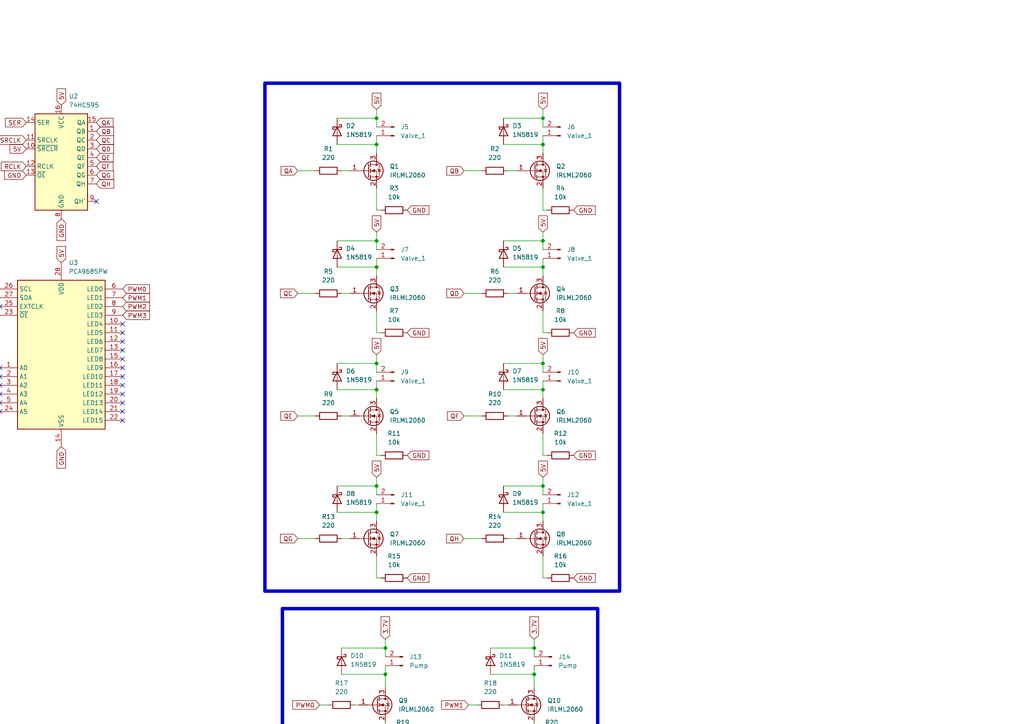
<source format=kicad_sch>
(kicad_sch (version 20250114) (generator "eeschema") (generator_version "9.0")
  (paper "A4")
  (lib_symbols
    (symbol "74xx:74HC595"
      (property "Reference" "U" (at -7.62 13.97 0))
      (property "Value" "74HC595" (at -7.62 -16.51 0))
      (symbol "74HC595_1_0"
        (pin input line (at -10.16 10.16 0) (length 2.54) (name "SER") (number "14"))
        (pin input line (at -10.16 5.08 0) (length 2.54) (name "SRCLK") (number "11"))
        (pin input line (at -10.16 2.54 0) (length 2.54) (name "~{SRCLR}") (number "10"))
        (pin input line (at -10.16 -2.54 0) (length 2.54) (name "RCLK") (number "12"))
        (pin input line (at -10.16 -5.08 0) (length 2.54) (name "~{OE}") (number "13"))
        (pin power_in line (at 0 15.24 270) (length 2.54) (name "VCC") (number "16"))
        (pin power_in line (at 0 -17.78 90) (length 2.54) (name "GND") (number "8"))
        (pin tri_state line (at 10.16 10.16 180) (length 2.54) (name "QA") (number "15"))
        (pin tri_state line (at 10.16 7.62 180) (length 2.54) (name "QB") (number "1"))
        (pin tri_state line (at 10.16 5.08 180) (length 2.54) (name "QC") (number "2"))
        (pin tri_state line (at 10.16 2.54 180) (length 2.54) (name "QD") (number "3"))
        (pin tri_state line (at 10.16 0 180) (length 2.54) (name "QE") (number "4"))
        (pin tri_state line (at 10.16 -2.54 180) (length 2.54) (name "QF") (number "5"))
        (pin tri_state line (at 10.16 -5.08 180) (length 2.54) (name "QG") (number "6"))
        (pin tri_state line (at 10.16 -7.62 180) (length 2.54) (name "QH") (number "7"))
        (pin output line (at 10.16 -12.7 180) (length 2.54) (name "QH'") (number "9"))
      )
    )
    (symbol "Connector:Barrel_Jack_Switch_Pin3Ring" (pin_names (hide yes))
      (property "Reference" "J" (at 0 5.334 0))
      (property "Value" "Barrel_Jack_Switch_Pin3Ring" (at 0 -5.08 0))
      (symbol "Barrel_Jack_Switch_Pin3Ring_1_1"
        (pin passive line (at 7.62 2.54 180) (length 2.54) (name "~") (number "1"))
        (pin passive line (at 7.62 0 180) (length 2.54) (name "~") (number "2"))
        (pin passive line (at 7.62 -2.54 180) (length 2.54) (name "~") (number "3"))
      )
    )
    (symbol "Connector:Conn_01x02_Pin" (pin_names (offset 1.016) (hide yes))
      (property "Reference" "J" (at 0 2.54 0))
      (property "Value" "Conn_01x02_Pin" (at 0 -5.08 0))
      (symbol "Conn_01x02_Pin_1_1"
        (pin passive line (at 5.08 0 180) (length 3.81) (name "Pin_1") (number "1"))
        (pin passive line (at 5.08 -2.54 180) (length 3.81) (name "Pin_2") (number "2"))
      )
    )
    (symbol "Connector:Conn_01x06_Pin" (pin_names (offset 1.016) (hide yes))
      (property "Reference" "J" (at 0 7.62 0))
      (property "Value" "Conn_01x06_Pin" (at 0 -10.16 0))
      (symbol "Conn_01x06_Pin_1_1"
        (pin passive line (at 5.08 5.08 180) (length 3.81) (name "Pin_1") (number "1"))
        (pin passive line (at 5.08 2.54 180) (length 3.81) (name "Pin_2") (number "2"))
        (pin passive line (at 5.08 0 180) (length 3.81) (name "Pin_3") (number "3"))
        (pin passive line (at 5.08 -2.54 180) (length 3.81) (name "Pin_4") (number "4"))
        (pin passive line (at 5.08 -5.08 180) (length 3.81) (name "Pin_5") (number "5"))
        (pin passive line (at 5.08 -7.62 180) (length 3.81) (name "Pin_6") (number "6"))
      )
    )
    (symbol "Connector:Conn_01x07_Pin" (pin_names (offset 1.016) (hide yes))
      (property "Reference" "J" (at 0 10.16 0))
      (property "Value" "Conn_01x07_Pin" (at 0 -10.16 0))
      (symbol "Conn_01x07_Pin_1_1"
        (pin passive line (at 5.08 7.62 180) (length 3.81) (name "Pin_1") (number "1"))
        (pin passive line (at 5.08 5.08 180) (length 3.81) (name "Pin_2") (number "2"))
        (pin passive line (at 5.08 2.54 180) (length 3.81) (name "Pin_3") (number "3"))
        (pin passive line (at 5.08 0 180) (length 3.81) (name "Pin_4") (number "4"))
        (pin passive line (at 5.08 -2.54 180) (length 3.81) (name "Pin_5") (number "5"))
        (pin passive line (at 5.08 -5.08 180) (length 3.81) (name "Pin_6") (number "6"))
        (pin passive line (at 5.08 -7.62 180) (length 3.81) (name "Pin_7") (number "7"))
      )
    )
    (symbol "Device:R" (pin_numbers (hide yes)) (pin_names (offset 0))
      (property "Reference" "R" (at 2.032 0 90))
      (property "Value" "R" (at 0 0 90))
      (symbol "R_1_1"
        (pin passive line (at 0 3.81 270) (length 1.27) (name "~") (number "1"))
        (pin passive line (at 0 -3.81 90) (length 1.27) (name "~") (number "2"))
      )
    )
    (symbol "Diode:1N5819" (pin_numbers (hide yes)) (pin_names (offset 1.016) (hide yes))
      (property "Reference" "D" (at 0 2.54 0))
      (property "Value" "1N5819" (at 0 -2.54 0))
      (symbol "1N5819_1_1"
        (pin passive line (at -3.81 0 0) (length 2.54) (name "K") (number "1"))
        (pin passive line (at 3.81 0 180) (length 2.54) (name "A") (number "2"))
      )
    )
    (symbol "Driver_LED:PCA9685PW"
      (property "Reference" "U" (at -12.7 22.225 0))
      (property "Value" "PCA9685PW" (at 1.27 22.225 0))
      (symbol "PCA9685PW_1_1"
        (pin input line (at -17.78 17.78 0) (length 5.08) (name "SCL") (number "26"))
        (pin bidirectional line (at -17.78 15.24 0) (length 5.08) (name "SDA") (number "27"))
        (pin input line (at -17.78 12.7 0) (length 5.08) (name "EXTCLK") (number "25"))
        (pin input line (at -17.78 10.16 0) (length 5.08) (name "~{OE}") (number "23"))
        (pin input line (at -17.78 -5.08 0) (length 5.08) (name "A0") (number "1"))
        (pin input line (at -17.78 -7.62 0) (length 5.08) (name "A1") (number "2"))
        (pin input line (at -17.78 -10.16 0) (length 5.08) (name "A2") (number "3"))
        (pin input line (at -17.78 -12.7 0) (length 5.08) (name "A3") (number "4"))
        (pin input line (at -17.78 -15.24 0) (length 5.08) (name "A4") (number "5"))
        (pin input line (at -17.78 -17.78 0) (length 5.08) (name "A5") (number "24"))
        (pin power_in line (at 0 25.4 270) (length 5.08) (name "VDD") (number "28"))
        (pin power_in line (at 0 -27.94 90) (length 5.08) (name "VSS") (number "14"))
        (pin output line (at 17.78 17.78 180) (length 5.08) (name "LED0") (number "6"))
        (pin output line (at 17.78 15.24 180) (length 5.08) (name "LED1") (number "7"))
        (pin output line (at 17.78 12.7 180) (length 5.08) (name "LED2") (number "8"))
        (pin output line (at 17.78 10.16 180) (length 5.08) (name "LED3") (number "9"))
        (pin output line (at 17.78 7.62 180) (length 5.08) (name "LED4") (number "10"))
        (pin output line (at 17.78 5.08 180) (length 5.08) (name "LED5") (number "11"))
        (pin output line (at 17.78 2.54 180) (length 5.08) (name "LED6") (number "12"))
        (pin output line (at 17.78 0 180) (length 5.08) (name "LED7") (number "13"))
        (pin output line (at 17.78 -2.54 180) (length 5.08) (name "LED8") (number "15"))
        (pin output line (at 17.78 -5.08 180) (length 5.08) (name "LED9") (number "16"))
        (pin output line (at 17.78 -7.62 180) (length 5.08) (name "LED10") (number "17"))
        (pin output line (at 17.78 -10.16 180) (length 5.08) (name "LED11") (number "18"))
        (pin output line (at 17.78 -12.7 180) (length 5.08) (name "LED12") (number "19"))
        (pin output line (at 17.78 -15.24 180) (length 5.08) (name "LED13") (number "20"))
        (pin output line (at 17.78 -17.78 180) (length 5.08) (name "LED14") (number "21"))
        (pin output line (at 17.78 -20.32 180) (length 5.08) (name "LED15") (number "22"))
      )
    )
    (symbol "Transistor_FET:IRLML2060" (pin_names (hide yes))
      (property "Reference" "Q" (at 5.08 1.905 0))
      (property "Value" "IRLML2060" (at 5.08 0 0))
      (symbol "IRLML2060_1_1"
        (pin input line (at -5.08 0 0) (length 2.54) (name "G") (number "1"))
        (pin passive line (at 2.54 5.08 270) (length 2.54) (name "D") (number "3"))
        (pin passive line (at 2.54 -5.08 90) (length 2.54) (name "S") (number "2"))
      )
    )
    (symbol "Xiao:SeeeduinoXIAO" (pin_names (offset 1.016))
      (property "Reference" "U" (at -19.05 22.86 0))
      (property "Value" "SeeeduinoXIAO" (at -12.7 21.59 0))
      (symbol "SeeeduinoXIAO_1_1"
        (pin unspecified line (at -21.59 11.43 0) (length 2.54) (name "PA02_A0_D0") (number "1"))
        (pin unspecified line (at -21.59 7.62 0) (length 2.54) (name "PA4_A1_D1") (number "2"))
        (pin unspecified line (at -21.59 3.81 0) (length 2.54) (name "PA10_A2_D2") (number "3"))
        (pin unspecified line (at -21.59 0 0) (length 2.54) (name "PA11_A3_D3") (number "4"))
        (pin unspecified line (at -21.59 -3.81 0) (length 2.54) (name "PA8_A4_D4_SDA") (number "5"))
        (pin unspecified line (at -21.59 -7.62 0) (length 2.54) (name "PA9_A5_D5_SCL") (number "6"))
        (pin unspecified line (at -21.59 -11.43 0) (length 2.54) (name "PB08_A6_D6_TX") (number "7"))
        (pin input line (at -5.08 22.86 270) (length 2.54) (name "PA31_SWDIO") (number "17"))
        (pin input line (at -2.54 -21.59 90) (length 2.54) (name "5V") (number "15"))
        (pin input line (at -1.27 22.86 270) (length 2.54) (name "PA30_SWCLK") (number "18"))
        (pin input line (at 2.54 22.86 270) (length 2.54) (name "RESET") (number "19"))
        (pin input line (at 2.54 -21.59 90) (length 2.54) (name "GND") (number "16"))
        (pin input line (at 6.35 22.86 270) (length 2.54) (name "GND") (number "20"))
        (pin unspecified line (at 20.32 11.43 180) (length 2.54) (name "5V") (number "14"))
        (pin unspecified line (at 20.32 7.62 180) (length 2.54) (name "GND") (number "13"))
        (pin unspecified line (at 20.32 3.81 180) (length 2.54) (name "3V3") (number "12"))
        (pin unspecified line (at 20.32 0 180) (length 2.54) (name "PA6_A10_D10_MOSI") (number "11"))
        (pin unspecified line (at 20.32 -3.81 180) (length 2.54) (name "PA5_A9_D9_MISO") (number "10"))
        (pin unspecified line (at 20.32 -7.62 180) (length 2.54) (name "PA7_A8_D8_SCK") (number "9"))
        (pin unspecified line (at 20.32 -11.43 180) (length 2.54) (name "PB09_A7_D7_RX") (number "8"))
      )
    )
  )
  (rectangle (start 76.835 24.13) (end 179.705 171.45) (stroke (width 1)))
  (rectangle (start 81.915 176.53) (end 173.355 256.54) (stroke (width 1)))
  (junction (at 109.22 113.03))
  (junction (at 111.76 226.06))
  (junction (at 157.48 140.97))
  (junction (at 111.76 233.68))
  (junction (at 157.48 105.41))
  (junction (at 157.48 69.85))
  (junction (at 157.48 34.29))
  (junction (at 154.94 226.06))
  (junction (at 109.22 140.97))
  (junction (at 111.76 187.96))
  (junction (at 109.22 41.91))
  (junction (at 109.22 34.29))
  (junction (at 109.22 69.85))
  (junction (at 111.76 195.58))
  (junction (at 109.22 77.47))
  (junction (at 157.48 41.91))
  (junction (at 157.48 148.59))
  (junction (at 157.48 113.03))
  (junction (at 157.48 77.47))
  (junction (at 154.94 233.68))
  (junction (at 154.94 195.58))
  (junction (at 154.94 187.96))
  (junction (at 41.91 -69.85))
  (junction (at 109.22 148.59))
  (junction (at 109.22 105.41))
  (no_connect (at 19.05 -52.07))
  (no_connect (at 35.56 119.38))
  (no_connect (at 20.32 -96.52))
  (no_connect (at 35.56 104.14))
  (no_connect (at 35.56 116.84))
  (no_connect (at 35.56 101.6))
  (no_connect (at 35.56 121.92))
  (no_connect (at 0 88.9))
  (no_connect (at 35.56 99.06))
  (no_connect (at 0 116.84))
  (no_connect (at 16.51 -96.52))
  (no_connect (at 35.56 114.3))
  (no_connect (at 0 111.76))
  (no_connect (at 24.13 -96.52))
  (no_connect (at 41.91 -31.75))
  (no_connect (at 35.56 93.98))
  (no_connect (at 38.1 -3.81))
  (no_connect (at 0 119.38))
  (no_connect (at 0 106.68))
  (no_connect (at 27.94 -96.52))
  (no_connect (at 27.94 58.42))
  (no_connect (at 0 109.22))
  (no_connect (at 0 114.3))
  (no_connect (at 35.56 106.68))
  (no_connect (at 35.56 96.52))
  (no_connect (at 24.13 -52.07))
  (no_connect (at 35.56 111.76))
  (no_connect (at 38.1 -6.35))
  (no_connect (at 35.56 109.22))
  (wire (pts (xy 157.48 54.61) (xy 157.48 60.96)))
  (wire (pts (xy 109.22 41.91) (xy 109.22 44.45)))
  (wire (pts (xy 109.22 132.08) (xy 110.49 132.08)))
  (wire (pts (xy 157.48 167.64) (xy 158.75 167.64)))
  (wire (pts (xy 99.06 233.68) (xy 111.76 233.68)))
  (wire (pts (xy 97.79 148.59) (xy 109.22 148.59)))
  (wire (pts (xy 154.94 231.14) (xy 154.94 233.68)))
  (wire (pts (xy 134.62 156.21) (xy 139.7 156.21)))
  (wire (pts (xy 111.76 226.06) (xy 111.76 228.6)))
  (wire (pts (xy -8.89 -73.66) (xy 0 -73.66)))
  (wire (pts (xy 157.48 77.47) (xy 157.48 80.01)))
  (wire (pts (xy 111.76 195.58) (xy 111.76 199.39)))
  (wire (pts (xy -10.16 -92.71) (xy -1.27 -92.71)))
  (wire (pts (xy 0 -90.17) (xy -8.89 -90.17)))
  (wire (pts (xy 109.22 105.41) (xy 109.22 107.95)))
  (wire (pts (xy 154.94 187.96) (xy 154.94 190.5)))
  (wire (pts (xy 154.94 254) (xy 156.21 254)))
  (wire (pts (xy 109.22 110.49) (xy 109.22 113.03)))
  (wire (pts (xy 109.22 102.87) (xy 109.22 105.41)))
  (wire (pts (xy 109.22 125.73) (xy 109.22 132.08)))
  (wire (pts (xy 111.76 215.9) (xy 113.03 215.9)))
  (wire (pts (xy 157.48 113.03) (xy 157.48 115.57)))
  (wire (pts (xy 109.22 54.61) (xy 109.22 60.96)))
  (wire (pts (xy 111.76 223.52) (xy 111.76 226.06)))
  (wire (pts (xy 134.62 120.65) (xy 139.7 120.65)))
  (wire (pts (xy 147.32 120.65) (xy 149.86 120.65)))
  (wire (pts (xy 134.62 49.53) (xy 139.7 49.53)))
  (wire (pts (xy 86.36 85.09) (xy 91.44 85.09)))
  (wire (pts (xy 109.22 96.52) (xy 110.49 96.52)))
  (wire (pts (xy 109.22 90.17) (xy 109.22 96.52)))
  (wire (pts (xy 147.32 85.09) (xy 149.86 85.09)))
  (wire (pts (xy 157.48 125.73) (xy 157.48 132.08)))
  (wire (pts (xy 86.36 49.53) (xy 91.44 49.53)))
  (wire (pts (xy 157.48 96.52) (xy 158.75 96.52)))
  (wire (pts (xy 147.32 242.57) (xy 146.05 242.57)))
  (wire (pts (xy 41.91 -73.66) (xy 48.26 -73.66)))
  (wire (pts (xy 48.26 -64.77) (xy 55.88 -64.77)))
  (wire (pts (xy 146.05 34.29) (xy 157.48 34.29)))
  (wire (pts (xy 157.48 102.87) (xy 157.48 105.41)))
  (wire (pts (xy 154.94 215.9) (xy 156.21 215.9)))
  (wire (pts (xy 99.06 226.06) (xy 111.76 226.06)))
  (wire (pts (xy 157.48 138.43) (xy 157.48 140.97)))
  (wire (pts (xy 109.22 67.31) (xy 109.22 69.85)))
  (wire (pts (xy 104.14 204.47) (xy 102.87 204.47)))
  (wire (pts (xy 142.24 233.68) (xy 154.94 233.68)))
  (wire (pts (xy 99.06 49.53) (xy 101.6 49.53)))
  (wire (pts (xy 138.43 204.47) (xy 135.89 204.47)))
  (wire (pts (xy 154.94 233.68) (xy 154.94 237.49)))
  (wire (pts (xy 99.06 85.09) (xy 101.6 85.09)))
  (wire (pts (xy 157.48 41.91) (xy 157.48 44.45)))
  (wire (pts (xy 157.48 31.75) (xy 157.48 34.29)))
  (wire (pts (xy 109.22 167.64) (xy 110.49 167.64)))
  (wire (pts (xy 109.22 34.29) (xy 109.22 36.83)))
  (wire (pts (xy 154.94 223.52) (xy 154.94 226.06)))
  (wire (pts (xy 99.06 187.96) (xy 111.76 187.96)))
  (wire (pts (xy 97.79 140.97) (xy 109.22 140.97)))
  (wire (pts (xy 48.26 -67.31) (xy 55.88 -67.31)))
  (wire (pts (xy 147.32 204.47) (xy 146.05 204.47)))
  (wire (pts (xy 157.48 161.29) (xy 157.48 167.64)))
  (wire (pts (xy 99.06 156.21) (xy 101.6 156.21)))
  (wire (pts (xy 147.32 49.53) (xy 149.86 49.53)))
  (wire (pts (xy 0 -102.87) (xy 0 -90.17)))
  (wire (pts (xy 109.22 161.29) (xy 109.22 167.64)))
  (wire (pts (xy 157.48 39.37) (xy 157.48 41.91)))
  (wire (pts (xy 157.48 132.08) (xy 158.75 132.08)))
  (wire (pts (xy 146.05 148.59) (xy 157.48 148.59)))
  (wire (pts (xy 154.94 195.58) (xy 154.94 199.39)))
  (wire (pts (xy -10.16 -62.23) (xy -10.16 -92.71)))
  (wire (pts (xy 97.79 41.91) (xy 109.22 41.91)))
  (wire (pts (xy 146.05 105.41) (xy 157.48 105.41)))
  (wire (pts (xy 109.22 77.47) (xy 109.22 80.01)))
  (wire (pts (xy 111.76 254) (xy 113.03 254)))
  (wire (pts (xy 109.22 39.37) (xy 109.22 41.91)))
  (wire (pts (xy 157.48 146.05) (xy 157.48 148.59)))
  (wire (pts (xy 41.91 -69.85) (xy 55.88 -69.85)))
  (wire (pts (xy 154.94 247.65) (xy 154.94 254)))
  (wire (pts (xy 109.22 146.05) (xy 109.22 148.59)))
  (wire (pts (xy 111.76 185.42) (xy 111.76 187.96)))
  (wire (pts (xy 142.24 187.96) (xy 154.94 187.96)))
  (wire (pts (xy 109.22 31.75) (xy 109.22 34.29)))
  (wire (pts (xy -8.89 -102.87) (xy 0 -102.87)))
  (wire (pts (xy 111.76 187.96) (xy 111.76 190.5)))
  (wire (pts (xy 147.32 156.21) (xy 149.86 156.21)))
  (wire (pts (xy 111.76 193.04) (xy 111.76 195.58)))
  (wire (pts (xy 41.91 -66.04) (xy 48.26 -66.04)))
  (wire (pts (xy 111.76 209.55) (xy 111.76 215.9)))
  (wire (pts (xy 41.91 -62.23) (xy 48.26 -62.23)))
  (wire (pts (xy 157.48 34.29) (xy 157.48 36.83)))
  (wire (pts (xy -1.27 -92.71) (xy -1.27 -95.25)))
  (wire (pts (xy 109.22 60.96) (xy 110.49 60.96)))
  (wire (pts (xy 146.05 41.91) (xy 157.48 41.91)))
  (wire (pts (xy 111.76 233.68) (xy 111.76 237.49)))
  (wire (pts (xy 157.48 74.93) (xy 157.48 77.47)))
  (wire (pts (xy 0 -62.23) (xy -10.16 -62.23)))
  (wire (pts (xy 111.76 247.65) (xy 111.76 254)))
  (wire (pts (xy 146.05 140.97) (xy 157.48 140.97)))
  (wire (pts (xy 157.48 69.85) (xy 157.48 72.39)))
  (wire (pts (xy 48.26 -73.66) (xy 48.26 -72.39)))
  (wire (pts (xy 157.48 140.97) (xy 157.48 143.51)))
  (wire (pts (xy 48.26 -62.23) (xy 48.26 -64.77)))
  (wire (pts (xy 104.14 242.57) (xy 102.87 242.57)))
  (wire (pts (xy 109.22 148.59) (xy 109.22 151.13)))
  (wire (pts (xy 157.48 67.31) (xy 157.48 69.85)))
  (wire (pts (xy 86.36 120.65) (xy 91.44 120.65)))
  (wire (pts (xy 99.06 120.65) (xy 101.6 120.65)))
  (wire (pts (xy 48.26 -66.04) (xy 48.26 -67.31)))
  (wire (pts (xy 48.26 -72.39) (xy 55.88 -72.39)))
  (wire (pts (xy 154.94 209.55) (xy 154.94 215.9)))
  (wire (pts (xy 97.79 113.03) (xy 109.22 113.03)))
  (wire (pts (xy 95.25 242.57) (xy 92.71 242.57)))
  (wire (pts (xy -1.27 -95.25) (xy -8.89 -95.25)))
  (wire (pts (xy 111.76 231.14) (xy 111.76 233.68)))
  (wire (pts (xy 157.48 148.59) (xy 157.48 151.13)))
  (wire (pts (xy 39.37 -69.85) (xy 41.91 -69.85)))
  (wire (pts (xy 109.22 69.85) (xy 109.22 72.39)))
  (wire (pts (xy 109.22 74.93) (xy 109.22 77.47)))
  (wire (pts (xy 146.05 69.85) (xy 157.48 69.85)))
  (wire (pts (xy 157.48 90.17) (xy 157.48 96.52)))
  (wire (pts (xy 157.48 110.49) (xy 157.48 113.03)))
  (wire (pts (xy 109.22 113.03) (xy 109.22 115.57)))
  (wire (pts (xy 99.06 195.58) (xy 111.76 195.58)))
  (wire (pts (xy 154.94 185.42) (xy 154.94 187.96)))
  (wire (pts (xy 138.43 242.57) (xy 135.89 242.57)))
  (wire (pts (xy 157.48 105.41) (xy 157.48 107.95)))
  (wire (pts (xy 146.05 77.47) (xy 157.48 77.47)))
  (wire (pts (xy 154.94 193.04) (xy 154.94 195.58)))
  (wire (pts (xy 97.79 77.47) (xy 109.22 77.47)))
  (wire (pts (xy 109.22 140.97) (xy 109.22 143.51)))
  (wire (pts (xy 97.79 105.41) (xy 109.22 105.41)))
  (wire (pts (xy 109.22 138.43) (xy 109.22 140.97)))
  (wire (pts (xy 86.36 156.21) (xy 91.44 156.21)))
  (wire (pts (xy 97.79 34.29) (xy 109.22 34.29)))
  (wire (pts (xy 134.62 85.09) (xy 139.7 85.09)))
  (wire (pts (xy 95.25 204.47) (xy 92.71 204.47)))
  (wire (pts (xy 142.24 226.06) (xy 154.94 226.06)))
  (wire (pts (xy 157.48 60.96) (xy 158.75 60.96)))
  (wire (pts (xy 97.79 69.85) (xy 109.22 69.85)))
  (wire (pts (xy -8.89 -90.17) (xy -8.89 -73.66)))
  (wire (pts (xy 146.05 113.03) (xy 157.48 113.03)))
  (wire (pts (xy 142.24 195.58) (xy 154.94 195.58)))
  (wire (pts (xy 154.94 226.06) (xy 154.94 228.6)))
  (global_label "GND" (shape input) (at 163.83 215.9 0) (property "Intersheetrefs" "${INTERSHEET_REFS}" (effects (hide yes))))
  (global_label "3.7V" (shape input) (at 111.76 223.52 90) (property "Intersheetrefs" "${INTERSHEET_REFS}" (effects (hide yes))))
  (global_label "GND" (shape input) (at 118.11 167.64 0) (property "Intersheetrefs" "${INTERSHEET_REFS}" (effects (hide yes))))
  (global_label "GND" (shape input) (at 17.78 129.54 270) (property "Intersheetrefs" "${INTERSHEET_REFS}" (effects (hide yes))))
  (global_label "5V" (shape input) (at 41.91 -34.29 0) (property "Intersheetrefs" "${INTERSHEET_REFS}" (effects (hide yes))))
  (global_label "QB" (shape input) (at 27.94 38.1 0) (property "Intersheetrefs" "${INTERSHEET_REFS}" (effects (hide yes))))
  (global_label "PWM0" (shape input) (at 35.56 83.82 0) (property "Intersheetrefs" "${INTERSHEET_REFS}" (effects (hide yes))))
  (global_label "3V3" (shape input) (at 55.88 -74.93 180) (property "Intersheetrefs" "${INTERSHEET_REFS}" (effects (hide yes))))
  (global_label "3V3" (shape input) (at 41.91 -77.47 0) (property "Intersheetrefs" "${INTERSHEET_REFS}" (effects (hide yes))))
  (global_label "SCL" (shape input) (at 0 -66.04 180) (property "Intersheetrefs" "${INTERSHEET_REFS}" (effects (hide yes))))
  (global_label "5V" (shape input) (at 109.22 138.43 90) (property "Intersheetrefs" "${INTERSHEET_REFS}" (effects (hide yes))))
  (global_label "SER" (shape input) (at 7.62 35.56 180) (property "Intersheetrefs" "${INTERSHEET_REFS}" (effects (hide yes))))
  (global_label "PWM3" (shape input) (at 35.56 91.44 0) (property "Intersheetrefs" "${INTERSHEET_REFS}" (effects (hide yes))))
  (global_label "5V" (shape input) (at 109.22 102.87 90) (property "Intersheetrefs" "${INTERSHEET_REFS}" (effects (hide yes))))
  (global_label "PWM3" (shape input) (at 135.89 242.57 180) (property "Intersheetrefs" "${INTERSHEET_REFS}" (effects (hide yes))))
  (global_label "5V" (shape input) (at 157.48 138.43 90) (property "Intersheetrefs" "${INTERSHEET_REFS}" (effects (hide yes))))
  (global_label "QA" (shape input) (at 86.36 49.53 180) (property "Intersheetrefs" "${INTERSHEET_REFS}" (effects (hide yes))))
  (global_label "GND" (shape input) (at 120.65 215.9 0) (property "Intersheetrefs" "${INTERSHEET_REFS}" (effects (hide yes))))
  (global_label "QC" (shape input) (at 86.36 85.09 180) (property "Intersheetrefs" "${INTERSHEET_REFS}" (effects (hide yes))))
  (global_label "SDA" (shape input) (at 0 86.36 180) (property "Intersheetrefs" "${INTERSHEET_REFS}" (effects (hide yes))))
  (global_label "QF" (shape input) (at 27.94 48.26 0) (property "Intersheetrefs" "${INTERSHEET_REFS}" (effects (hide yes))))
  (global_label "5V" (shape input) (at 7.62 43.18 180) (property "Intersheetrefs" "${INTERSHEET_REFS}" (effects (hide yes))))
  (global_label "GND" (shape input) (at 17.78 63.5 270) (property "Intersheetrefs" "${INTERSHEET_REFS}" (effects (hide yes))))
  (global_label "QH" (shape input) (at 27.94 53.34 0) (property "Intersheetrefs" "${INTERSHEET_REFS}" (effects (hide yes))))
  (global_label "QA" (shape input) (at 27.94 35.56 0) (property "Intersheetrefs" "${INTERSHEET_REFS}" (effects (hide yes))))
  (global_label "3.7V" (shape input) (at 38.1 -16.51 0) (property "Intersheetrefs" "${INTERSHEET_REFS}" (effects (hide yes))))
  (global_label "GND" (shape input) (at 163.83 254 0) (property "Intersheetrefs" "${INTERSHEET_REFS}" (effects (hide yes))))
  (global_label "GND" (shape input) (at 41.91 -81.28 0) (property "Intersheetrefs" "${INTERSHEET_REFS}" (effects (hide yes))))
  (global_label "3.7V" (shape input) (at 154.94 185.42 90) (property "Intersheetrefs" "${INTERSHEET_REFS}" (effects (hide yes))))
  (global_label "GND" (shape input) (at 166.37 167.64 0) (property "Intersheetrefs" "${INTERSHEET_REFS}" (effects (hide yes))))
  (global_label "5V" (shape input) (at 38.1 -8.89 0) (property "Intersheetrefs" "${INTERSHEET_REFS}" (effects (hide yes))))
  (global_label "3.7V" (shape input) (at 154.94 223.52 90) (property "Intersheetrefs" "${INTERSHEET_REFS}" (effects (hide yes))))
  (global_label "5V" (shape input) (at 55.88 -80.01 180) (property "Intersheetrefs" "${INTERSHEET_REFS}" (effects (hide yes))))
  (global_label "5V" (shape input) (at 157.48 102.87 90) (property "Intersheetrefs" "${INTERSHEET_REFS}" (effects (hide yes))))
  (global_label "QD" (shape input) (at 134.62 85.09 180) (property "Intersheetrefs" "${INTERSHEET_REFS}" (effects (hide yes))))
  (global_label "GND" (shape input) (at 166.37 96.52 0) (property "Intersheetrefs" "${INTERSHEET_REFS}" (effects (hide yes))))
  (global_label "5V" (shape input) (at 49.53 -85.09 0) (property "Intersheetrefs" "${INTERSHEET_REFS}" (effects (hide yes))))
  (global_label "GND" (shape input) (at 0 91.44 180) (property "Intersheetrefs" "${INTERSHEET_REFS}" (effects (hide yes))))
  (global_label "GND" (shape input) (at 166.37 60.96 0) (property "Intersheetrefs" "${INTERSHEET_REFS}" (effects (hide yes))))
  (global_label "5V" (shape input) (at 17.78 76.2 90) (property "Intersheetrefs" "${INTERSHEET_REFS}" (effects (hide yes))))
  (global_label "5V" (shape input) (at 109.22 67.31 90) (property "Intersheetrefs" "${INTERSHEET_REFS}" (effects (hide yes))))
  (global_label "GND" (shape input) (at 166.37 132.08 0) (property "Intersheetrefs" "${INTERSHEET_REFS}" (effects (hide yes))))
  (global_label "GND" (shape input) (at 55.88 -77.47 180) (property "Intersheetrefs" "${INTERSHEET_REFS}" (effects (hide yes))))
  (global_label "SCL" (shape input) (at 0 83.82 180) (property "Intersheetrefs" "${INTERSHEET_REFS}" (effects (hide yes))))
  (global_label "SDA" (shape input) (at -8.89 -100.33 0) (property "Intersheetrefs" "${INTERSHEET_REFS}" (effects (hide yes))))
  (global_label "GND" (shape input) (at 7.62 50.8 180) (property "Intersheetrefs" "${INTERSHEET_REFS}" (effects (hide yes))))
  (global_label "GND" (shape input) (at 118.11 132.08 0) (property "Intersheetrefs" "${INTERSHEET_REFS}" (effects (hide yes))))
  (global_label "GND" (shape input) (at 118.11 60.96 0) (property "Intersheetrefs" "${INTERSHEET_REFS}" (effects (hide yes))))
  (global_label "RCLK" (shape input) (at 0 -81.28 180) (property "Intersheetrefs" "${INTERSHEET_REFS}" (effects (hide yes))))
  (global_label "QE" (shape input) (at 27.94 45.72 0) (property "Intersheetrefs" "${INTERSHEET_REFS}" (effects (hide yes))))
  (global_label "QB" (shape input) (at 134.62 49.53 180) (property "Intersheetrefs" "${INTERSHEET_REFS}" (effects (hide yes))))
  (global_label "QG" (shape input) (at 27.94 50.8 0) (property "Intersheetrefs" "${INTERSHEET_REFS}" (effects (hide yes))))
  (global_label "GND" (shape input) (at 118.11 96.52 0) (property "Intersheetrefs" "${INTERSHEET_REFS}" (effects (hide yes))))
  (global_label "RCLK" (shape input) (at -8.89 -107.95 0) (property "Intersheetrefs" "${INTERSHEET_REFS}" (effects (hide yes))))
  (global_label "PWM2" (shape input) (at 35.56 88.9 0) (property "Intersheetrefs" "${INTERSHEET_REFS}" (effects (hide yes))))
  (global_label "QC" (shape input) (at 27.94 40.64 0) (property "Intersheetrefs" "${INTERSHEET_REFS}" (effects (hide yes))))
  (global_label "SRCLK" (shape input) (at 7.62 40.64 180) (property "Intersheetrefs" "${INTERSHEET_REFS}" (effects (hide yes))))
  (global_label "SER" (shape input) (at 0 -85.09 180) (property "Intersheetrefs" "${INTERSHEET_REFS}" (effects (hide yes))))
  (global_label "SRCLK" (shape input) (at -8.89 -105.41 0) (property "Intersheetrefs" "${INTERSHEET_REFS}" (effects (hide yes))))
  (global_label "GND" (shape input) (at 38.1 -13.97 0) (property "Intersheetrefs" "${INTERSHEET_REFS}" (effects (hide yes))))
  (global_label "5V" (shape input) (at 17.78 30.48 90) (property "Intersheetrefs" "${INTERSHEET_REFS}" (effects (hide yes))))
  (global_label "QE" (shape input) (at 86.36 120.65 180) (property "Intersheetrefs" "${INTERSHEET_REFS}" (effects (hide yes))))
  (global_label "5V" (shape input) (at 157.48 31.75 90) (property "Intersheetrefs" "${INTERSHEET_REFS}" (effects (hide yes))))
  (global_label "SDA" (shape input) (at 0 -69.85 180) (property "Intersheetrefs" "${INTERSHEET_REFS}" (effects (hide yes))))
  (global_label "PWM0" (shape input) (at 92.71 204.47 180) (property "Intersheetrefs" "${INTERSHEET_REFS}" (effects (hide yes))))
  (global_label "SER" (shape input) (at -8.89 -110.49 0) (property "Intersheetrefs" "${INTERSHEET_REFS}" (effects (hide yes))))
  (global_label "QF" (shape input) (at 134.62 120.65 180) (property "Intersheetrefs" "${INTERSHEET_REFS}" (effects (hide yes))))
  (global_label "PWM1" (shape input) (at 35.56 86.36 0) (property "Intersheetrefs" "${INTERSHEET_REFS}" (effects (hide yes))))
  (global_label "SRCLK" (shape input) (at 0 -77.47 180) (property "Intersheetrefs" "${INTERSHEET_REFS}" (effects (hide yes))))
  (global_label "QD" (shape input) (at 27.94 43.18 0) (property "Intersheetrefs" "${INTERSHEET_REFS}" (effects (hide yes))))
  (global_label "GND" (shape input) (at 38.1 -11.43 0) (property "Intersheetrefs" "${INTERSHEET_REFS}" (effects (hide yes))))
  (global_label "RCLK" (shape input) (at 7.62 48.26 180) (property "Intersheetrefs" "${INTERSHEET_REFS}" (effects (hide yes))))
  (global_label "QH" (shape input) (at 134.62 156.21 180) (property "Intersheetrefs" "${INTERSHEET_REFS}" (effects (hide yes))))
  (global_label "5V" (shape input) (at 157.48 67.31 90) (property "Intersheetrefs" "${INTERSHEET_REFS}" (effects (hide yes))))
  (global_label "GND" (shape input) (at 41.91 -29.21 0) (property "Intersheetrefs" "${INTERSHEET_REFS}" (effects (hide yes))))
  (global_label "5V" (shape input) (at 109.22 31.75 90) (property "Intersheetrefs" "${INTERSHEET_REFS}" (effects (hide yes))))
  (global_label "PWM2" (shape input) (at 92.71 242.57 180) (property "Intersheetrefs" "${INTERSHEET_REFS}" (effects (hide yes))))
  (global_label "PWM1" (shape input) (at 135.89 204.47 180) (property "Intersheetrefs" "${INTERSHEET_REFS}" (effects (hide yes))))
  (global_label "SCL" (shape input) (at -8.89 -97.79 0) (property "Intersheetrefs" "${INTERSHEET_REFS}" (effects (hide yes))))
  (global_label "3.7V" (shape input) (at 111.76 185.42 90) (property "Intersheetrefs" "${INTERSHEET_REFS}" (effects (hide yes))))
  (global_label "GND" (shape input) (at 120.65 254 0) (property "Intersheetrefs" "${INTERSHEET_REFS}" (effects (hide yes))))
  (global_label "QG" (shape input) (at 86.36 156.21 180) (property "Intersheetrefs" "${INTERSHEET_REFS}" (effects (hide yes))))
  (symbol (lib_id "Device:R") (at 142.24 204.47 90) (unit 1)
    (property "Reference" "R18" (at 142.24 198.12 90))
    (property "Value" "220" (at 142.24 200.66 90))
    (property "Footprint" "Resistor_SMD:R_1206_3216Metric_Pad1.30x1.75mm_HandSolder" (effects (hide yes)))
    (property "Description" "Resistor" (effects (hide yes)))
  )
  (symbol (lib_id "Connector:Conn_01x02_Pin") (at 162.56 110.49 180) (unit 1)
    (property "Reference" "J10" (at 164.465 107.95 0) (effects (justify right)))
    (property "Value" "Valve_1" (at 164.465 110.49 0) (effects (justify right)))
    (property "Footprint" "Connector_JST:JST_PH_S2B-PH-SM4-TB_1x02-1MP_P2.00mm_Horizontal" (effects (hide yes)))
  )
  (symbol (lib_id "Device:R") (at 162.56 167.64 90) (unit 1)
    (property "Reference" "R16" (at 162.56 161.29 90))
    (property "Value" "10k" (at 162.56 163.83 90))
    (property "Footprint" "Resistor_SMD:R_1206_3216Metric_Pad1.30x1.75mm_HandSolder" (effects (hide yes)))
    (property "Description" "Resistor" (effects (hide yes)))
  )
  (symbol (lib_id "Connector:Barrel_Jack_Switch_Pin3Ring") (at 34.29 -31.75 0) (unit 1)
    (property "Reference" "J3" (at 34.29 -40.64 0))
    (property "Value" "Barrel_Jack_Switch_Pin3Ring" (at 34.29 -38.1 0))
    (property "Footprint" "Pneumatactors:PJ-002A_CUD" (effects (hide yes)))
    (property "Description" "DC Barrel Jack with an internal switch" (effects (hide yes)))
  )
  (symbol (lib_id "Xiao:SeeeduinoXIAO") (at 21.59 -73.66 0) (unit 1)
    (property "Reference" "U1" (at 26.3241 -52.705 0) (effects (justify left)))
    (property "Value" "SeeeduinoXIAO" (at 26.3241 -50.165 0) (effects (justify left)))
    (property "Footprint" "XIAO-ESP32S3:XIAO-ESP32S3-SMD" (effects (hide yes)))
  )
  (symbol (lib_id "Transistor_FET:IRLML2060") (at 106.68 49.53 0) (unit 1)
    (property "Reference" "Q1" (at 113.03 48.26 0) (effects (justify left)))
    (property "Value" "IRLML2060" (at 113.03 50.8 0) (effects (justify left)))
    (property "Footprint" "Package_TO_SOT_SMD:SOT-23" (effects (hide yes)))
    (property "Datasheet" "https://www.infineon.com/dgdl/irlml2060pbf.pdf?fileId=5546d462533600a401535664b7fb25ee" (effects (hide yes)))
  )
  (symbol (lib_id "Device:R") (at 114.3 167.64 90) (unit 1)
    (property "Reference" "R15" (at 114.3 161.29 90))
    (property "Value" "10k" (at 114.3 163.83 90))
    (property "Footprint" "Resistor_SMD:R_1206_3216Metric_Pad1.30x1.75mm_HandSolder" (effects (hide yes)))
    (property "Description" "Resistor" (effects (hide yes)))
  )
  (symbol (lib_id "Device:R") (at 114.3 132.08 90) (unit 1)
    (property "Reference" "R11" (at 114.3 125.73 90))
    (property "Value" "10k" (at 114.3 128.27 90))
    (property "Footprint" "Resistor_SMD:R_1206_3216Metric_Pad1.30x1.75mm_HandSolder" (effects (hide yes)))
    (property "Description" "Resistor" (effects (hide yes)))
  )
  (symbol (lib_id "Device:R") (at 95.25 85.09 90) (unit 1)
    (property "Reference" "R5" (at 95.25 78.74 90))
    (property "Value" "220" (at 95.25 81.28 90))
    (property "Footprint" "Resistor_SMD:R_1206_3216Metric_Pad1.30x1.75mm_HandSolder" (effects (hide yes)))
    (property "Description" "Resistor" (effects (hide yes)))
  )
  (symbol (lib_id "Connector:Conn_01x02_Pin") (at 114.3 74.93 180) (unit 1)
    (property "Reference" "J7" (at 116.205 72.39 0) (effects (justify right)))
    (property "Value" "Valve_1" (at 116.205 74.93 0) (effects (justify right)))
    (property "Footprint" "Connector_JST:JST_PH_S2B-PH-SM4-TB_1x02-1MP_P2.00mm_Horizontal" (effects (hide yes)))
  )
  (symbol (lib_id "Device:R") (at 114.3 60.96 90) (unit 1)
    (property "Reference" "R3" (at 114.3 54.61 90))
    (property "Value" "10k" (at 114.3 57.15 90))
    (property "Footprint" "Resistor_SMD:R_1206_3216Metric_Pad1.30x1.75mm_HandSolder" (effects (hide yes)))
    (property "Description" "Resistor" (effects (hide yes)))
  )
  (symbol (lib_id "Transistor_FET:IRLML2060") (at 106.68 85.09 0) (unit 1)
    (property "Reference" "Q3" (at 113.03 83.82 0) (effects (justify left)))
    (property "Value" "IRLML2060" (at 113.03 86.36 0) (effects (justify left)))
    (property "Footprint" "Package_TO_SOT_SMD:SOT-23" (effects (hide yes)))
    (property "Datasheet" "https://www.infineon.com/dgdl/irlml2060pbf.pdf?fileId=5546d462533600a401535664b7fb25ee" (effects (hide yes)))
  )
  (symbol (lib_id "Device:R") (at 116.84 254 90) (unit 1)
    (property "Reference" "R23" (at 116.84 247.65 90))
    (property "Value" "10k" (at 116.84 250.19 90))
    (property "Footprint" "Resistor_SMD:R_1206_3216Metric_Pad1.30x1.75mm_HandSolder" (effects (hide yes)))
    (property "Description" "Resistor" (effects (hide yes)))
  )
  (symbol (lib_id "Connector:Conn_01x02_Pin") (at 116.84 193.04 180) (unit 1)
    (property "Reference" "J13" (at 118.745 190.4999 0) (effects (justify right)))
    (property "Value" "Pump" (at 118.745 193.0399 0) (effects (justify right)))
    (property "Footprint" "Connector_JST:JST_PH_S2B-PH-SM4-TB_1x02-1MP_P2.00mm_Horizontal" (effects (hide yes)))
  )
  (symbol (lib_id "Transistor_FET:IRLML2060") (at 152.4 204.47 0) (unit 1)
    (property "Reference" "Q10" (at 158.75 203.2 0) (effects (justify left)))
    (property "Value" "IRLML2060" (at 158.75 205.74 0) (effects (justify left)))
    (property "Footprint" "Package_TO_SOT_SMD:SOT-23" (effects (hide yes)))
    (property "Datasheet" "https://www.infineon.com/dgdl/irlml2060pbf.pdf?fileId=5546d462533600a401535664b7fb25ee" (effects (hide yes)))
  )
  (symbol (lib_id "Transistor_FET:IRLML2060") (at 106.68 156.21 0) (unit 1)
    (property "Reference" "Q7" (at 113.03 154.94 0) (effects (justify left)))
    (property "Value" "IRLML2060" (at 113.03 157.48 0) (effects (justify left)))
    (property "Footprint" "Package_TO_SOT_SMD:SOT-23" (effects (hide yes)))
    (property "Datasheet" "https://www.infineon.com/dgdl/irlml2060pbf.pdf?fileId=5546d462533600a401535664b7fb25ee" (effects (hide yes)))
  )
  (symbol (lib_id "Connector:Conn_01x02_Pin") (at 114.3 146.05 180) (unit 1)
    (property "Reference" "J11" (at 116.205 143.51 0) (effects (justify right)))
    (property "Value" "Valve_1" (at 116.205 146.05 0) (effects (justify right)))
    (property "Footprint" "Connector_JST:JST_PH_S2B-PH-SM4-TB_1x02-1MP_P2.00mm_Horizontal" (effects (hide yes)))
  )
  (symbol (lib_id "Device:R") (at 162.56 60.96 90) (unit 1)
    (property "Reference" "R4" (at 162.56 54.61 90))
    (property "Value" "10k" (at 162.56 57.15 90))
    (property "Footprint" "Resistor_SMD:R_1206_3216Metric_Pad1.30x1.75mm_HandSolder" (effects (hide yes)))
    (property "Description" "Resistor" (effects (hide yes)))
  )
  (symbol (lib_id "Transistor_FET:IRLML2060") (at 152.4 242.57 0) (unit 1)
    (property "Reference" "Q12" (at 158.75 241.3 0) (effects (justify left)))
    (property "Value" "IRLML2060" (at 158.75 243.84 0) (effects (justify left)))
    (property "Footprint" "Package_TO_SOT_SMD:SOT-23" (effects (hide yes)))
    (property "Datasheet" "https://www.infineon.com/dgdl/irlml2060pbf.pdf?fileId=5546d462533600a401535664b7fb25ee" (effects (hide yes)))
  )
  (symbol (lib_id "Device:R") (at 99.06 242.57 90) (unit 1)
    (property "Reference" "R21" (at 99.06 236.22 90))
    (property "Value" "220" (at 99.06 238.76 90))
    (property "Footprint" "Resistor_SMD:R_1206_3216Metric_Pad1.30x1.75mm_HandSolder" (effects (hide yes)))
    (property "Description" "Resistor" (effects (hide yes)))
  )
  (symbol (lib_id "Diode:1N5819") (at 146.05 109.22 270) (unit 1)
    (property "Reference" "D7" (at 148.59 107.6324 90) (effects (justify left)))
    (property "Value" "1N5819" (at 148.59 110.1724 90) (effects (justify left)))
    (property "Footprint" "Diode_SMD:D_SMA" (effects (hide yes)))
    (property "Datasheet" "http://www.vishay.com/docs/88525/1n5817.pdf" (effects (hide yes)))
    (property "Description" "40V 1A Schottky Barrier Rectifier Diode, DO-41" (effects (hide yes)))
    (property "Sim.Device" "D" (effects (hide yes)))
    (property "Sim.Pins" "1=K 2=A" (effects (hide yes)))
  )
  (symbol (lib_id "Diode:1N5819") (at 97.79 38.1 270) (unit 1)
    (property "Reference" "D2" (at 100.33 36.5124 90) (effects (justify left)))
    (property "Value" "1N5819" (at 100.33 39.0524 90) (effects (justify left)))
    (property "Footprint" "Diode_SMD:D_SMA" (effects (hide yes)))
    (property "Datasheet" "http://www.vishay.com/docs/88525/1n5817.pdf" (effects (hide yes)))
    (property "Description" "40V 1A Schottky Barrier Rectifier Diode, DO-41" (effects (hide yes)))
    (property "Sim.Device" "D" (effects (hide yes)))
    (property "Sim.Pins" "1=K 2=A" (effects (hide yes)))
  )
  (symbol (lib_id "Connector:Conn_01x02_Pin") (at 162.56 39.37 180) (unit 1)
    (property "Reference" "J6" (at 164.465 36.83 0) (effects (justify right)))
    (property "Value" "Valve_1" (at 164.465 39.37 0) (effects (justify right)))
    (property "Footprint" "Connector_JST:JST_PH_S2B-PH-SM4-TB_1x02-1MP_P2.00mm_Horizontal" (effects (hide yes)))
  )
  (symbol (lib_id "Transistor_FET:IRLML2060") (at 154.94 49.53 0) (unit 1)
    (property "Reference" "Q2" (at 161.29 48.26 0) (effects (justify left)))
    (property "Value" "IRLML2060" (at 161.29 50.8 0) (effects (justify left)))
    (property "Footprint" "Package_TO_SOT_SMD:SOT-23" (effects (hide yes)))
    (property "Datasheet" "https://www.infineon.com/dgdl/irlml2060pbf.pdf?fileId=5546d462533600a401535664b7fb25ee" (effects (hide yes)))
  )
  (symbol (lib_id "Connector:Conn_01x06_Pin") (at 33.02 -11.43 0) (unit 1)
    (property "Reference" "J4" (at 33.655 -21.59 0))
    (property "Value" "Pololu 4873" (at 33.655 -19.05 0))
    (property "Footprint" "Connector_PinHeader_2.54mm:PinHeader_1x06_P2.54mm_Vertical" (effects (hide yes)))
    (property "Description" "Generic connector, single row, 01x06, script generated" (effects (hide yes)))
  )
  (symbol (lib_id "Transistor_FET:IRLML2060") (at 106.68 120.65 0) (unit 1)
    (property "Reference" "Q5" (at 113.03 119.38 0) (effects (justify left)))
    (property "Value" "IRLML2060" (at 113.03 121.92 0) (effects (justify left)))
    (property "Footprint" "Package_TO_SOT_SMD:SOT-23" (effects (hide yes)))
    (property "Datasheet" "https://www.infineon.com/dgdl/irlml2060pbf.pdf?fileId=5546d462533600a401535664b7fb25ee" (effects (hide yes)))
  )
  (symbol (lib_id "Device:R") (at 116.84 215.9 90) (unit 1)
    (property "Reference" "R19" (at 116.84 209.55 90))
    (property "Value" "10k" (at 116.84 212.09 90))
    (property "Footprint" "Resistor_SMD:R_1206_3216Metric_Pad1.30x1.75mm_HandSolder" (effects (hide yes)))
    (property "Description" "Resistor" (effects (hide yes)))
  )
  (symbol (lib_id "Device:R") (at 160.02 215.9 90) (unit 1)
    (property "Reference" "R20" (at 160.02 209.55 90))
    (property "Value" "10k" (at 160.02 212.09 90))
    (property "Footprint" "Resistor_SMD:R_1206_3216Metric_Pad1.30x1.75mm_HandSolder" (effects (hide yes)))
    (property "Description" "Resistor" (effects (hide yes)))
  )
  (symbol (lib_id "Diode:1N5819") (at 97.79 73.66 270) (unit 1)
    (property "Reference" "D4" (at 100.33 72.0724 90) (effects (justify left)))
    (property "Value" "1N5819" (at 100.33 74.6124 90) (effects (justify left)))
    (property "Footprint" "Diode_SMD:D_SMA" (effects (hide yes)))
    (property "Datasheet" "http://www.vishay.com/docs/88525/1n5817.pdf" (effects (hide yes)))
    (property "Description" "40V 1A Schottky Barrier Rectifier Diode, DO-41" (effects (hide yes)))
    (property "Sim.Device" "D" (effects (hide yes)))
    (property "Sim.Pins" "1=K 2=A" (effects (hide yes)))
  )
  (symbol (lib_id "Driver_LED:PCA9685PW") (at 17.78 101.6 0) (unit 1)
    (property "Reference" "U3" (at 19.9233 76.2 0) (effects (justify left)))
    (property "Value" "PCA9685PW" (at 19.9233 78.74 0) (effects (justify left)))
    (property "Footprint" "Package_SO:TSSOP-28_4.4x9.7mm_P0.65mm" (effects (hide yes)))
    (property "Datasheet" "http://www.nxp.com/docs/en/data-sheet/PCA9685.pdf" (effects (hide yes)))
    (property "Description" "16-channel 12-bit PWM Fm+ I2C-bus LED controller RGBA TSSOP" (effects (hide yes)))
  )
  (symbol (lib_id "Diode:1N5819") (at 142.24 229.87 270) (unit 1)
    (property "Reference" "D13" (at 144.78 228.2824 90) (effects (justify left)))
    (property "Value" "1N5819" (at 144.78 230.8224 90) (effects (justify left)))
    (property "Footprint" "Diode_SMD:D_SMA" (effects (hide yes)))
    (property "Datasheet" "http://www.vishay.com/docs/88525/1n5817.pdf" (effects (hide yes)))
    (property "Description" "40V 1A Schottky Barrier Rectifier Diode, DO-41" (effects (hide yes)))
    (property "Sim.Device" "D" (effects (hide yes)))
    (property "Sim.Pins" "1=K 2=A" (effects (hide yes)))
  )
  (symbol (lib_id "Diode:1N5819") (at 45.72 -85.09 0) (unit 1)
    (property "Reference" "D1" (at 45.4025 -91.44 0))
    (property "Value" "1N5819" (at 45.4025 -88.9 0))
    (property "Footprint" "Diode_SMD:D_SMA" (effects (hide yes)))
    (property "Datasheet" "http://www.vishay.com/docs/88525/1n5817.pdf" (effects (hide yes)))
    (property "Description" "40V 1A Schottky Barrier Rectifier Diode, DO-41" (effects (hide yes)))
    (property "Sim.Device" "D" (effects (hide yes)))
    (property "Sim.Pins" "1=K 2=A" (effects (hide yes)))
  )
  (symbol (lib_id "Diode:1N5819") (at 146.05 144.78 270) (unit 1)
    (property "Reference" "D9" (at 148.59 143.1924 90) (effects (justify left)))
    (property "Value" "1N5819" (at 148.59 145.7324 90) (effects (justify left)))
    (property "Footprint" "Diode_SMD:D_SMA" (effects (hide yes)))
    (property "Datasheet" "http://www.vishay.com/docs/88525/1n5817.pdf" (effects (hide yes)))
    (property "Description" "40V 1A Schottky Barrier Rectifier Diode, DO-41" (effects (hide yes)))
    (property "Sim.Device" "D" (effects (hide yes)))
    (property "Sim.Pins" "1=K 2=A" (effects (hide yes)))
  )
  (symbol (lib_id "Diode:1N5819") (at 146.05 38.1 270) (unit 1)
    (property "Reference" "D3" (at 148.59 36.5124 90) (effects (justify left)))
    (property "Value" "1N5819" (at 148.59 39.0524 90) (effects (justify left)))
    (property "Footprint" "Diode_SMD:D_SMA" (effects (hide yes)))
    (property "Datasheet" "http://www.vishay.com/docs/88525/1n5817.pdf" (effects (hide yes)))
    (property "Description" "40V 1A Schottky Barrier Rectifier Diode, DO-41" (effects (hide yes)))
    (property "Sim.Device" "D" (effects (hide yes)))
    (property "Sim.Pins" "1=K 2=A" (effects (hide yes)))
  )
  (symbol (lib_id "Diode:1N5819") (at 99.06 229.87 270) (unit 1)
    (property "Reference" "D12" (at 101.6 228.2824 90) (effects (justify left)))
    (property "Value" "1N5819" (at 101.6 230.8224 90) (effects (justify left)))
    (property "Footprint" "Diode_SMD:D_SMA" (effects (hide yes)))
    (property "Datasheet" "http://www.vishay.com/docs/88525/1n5817.pdf" (effects (hide yes)))
    (property "Description" "40V 1A Schottky Barrier Rectifier Diode, DO-41" (effects (hide yes)))
    (property "Sim.Device" "D" (effects (hide yes)))
    (property "Sim.Pins" "1=K 2=A" (effects (hide yes)))
  )
  (symbol (lib_id "Device:R") (at 95.25 49.53 90) (unit 1)
    (property "Reference" "R1" (at 95.25 43.18 90))
    (property "Value" "220" (at 95.25 45.72 90))
    (property "Footprint" "Resistor_SMD:R_1206_3216Metric_Pad1.30x1.75mm_HandSolder" (effects (hide yes)))
    (property "Description" "Resistor" (effects (hide yes)))
  )
  (symbol (lib_id "Diode:1N5819") (at 97.79 144.78 270) (unit 1)
    (property "Reference" "D8" (at 100.33 143.1924 90) (effects (justify left)))
    (property "Value" "1N5819" (at 100.33 145.7324 90) (effects (justify left)))
    (property "Footprint" "Diode_SMD:D_SMA" (effects (hide yes)))
    (property "Datasheet" "http://www.vishay.com/docs/88525/1n5817.pdf" (effects (hide yes)))
    (property "Description" "40V 1A Schottky Barrier Rectifier Diode, DO-41" (effects (hide yes)))
    (property "Sim.Device" "D" (effects (hide yes)))
    (property "Sim.Pins" "1=K 2=A" (effects (hide yes)))
  )
  (symbol (lib_id "Connector:Conn_01x02_Pin") (at 162.56 74.93 180) (unit 1)
    (property "Reference" "J8" (at 164.465 72.39 0) (effects (justify right)))
    (property "Value" "Valve_1" (at 164.465 74.93 0) (effects (justify right)))
    (property "Footprint" "Connector_JST:JST_PH_S2B-PH-SM4-TB_1x02-1MP_P2.00mm_Horizontal" (effects (hide yes)))
  )
  (symbol (lib_id "Connector:Conn_01x02_Pin") (at 160.02 193.04 180) (unit 1)
    (property "Reference" "J14" (at 161.925 190.4999 0) (effects (justify right)))
    (property "Value" "Pump" (at 161.925 193.0399 0) (effects (justify right)))
    (property "Footprint" "Connector_JST:JST_PH_S2B-PH-SM4-TB_1x02-1MP_P2.00mm_Horizontal" (effects (hide yes)))
  )
  (symbol (lib_id "Device:R") (at 143.51 49.53 90) (unit 1)
    (property "Reference" "R2" (at 143.51 43.18 90))
    (property "Value" "220" (at 143.51 45.72 90))
    (property "Footprint" "Resistor_SMD:R_1206_3216Metric_Pad1.30x1.75mm_HandSolder" (effects (hide yes)))
    (property "Description" "Resistor" (effects (hide yes)))
  )
  (symbol (lib_id "Connector:Conn_01x02_Pin") (at 160.02 231.14 180) (unit 1)
    (property "Reference" "J16" (at 161.925 228.5999 0) (effects (justify right)))
    (property "Value" "Pump" (at 161.925 231.1399 0) (effects (justify right)))
    (property "Footprint" "Connector_JST:JST_PH_S2B-PH-SM4-TB_1x02-1MP_P2.00mm_Horizontal" (effects (hide yes)))
  )
  (symbol (lib_id "Transistor_FET:IRLML2060") (at 109.22 204.47 0) (unit 1)
    (property "Reference" "Q9" (at 115.57 203.2 0) (effects (justify left)))
    (property "Value" "IRLML2060" (at 115.57 205.74 0) (effects (justify left)))
    (property "Footprint" "Package_TO_SOT_SMD:SOT-23" (effects (hide yes)))
    (property "Datasheet" "https://www.infineon.com/dgdl/irlml2060pbf.pdf?fileId=5546d462533600a401535664b7fb25ee" (effects (hide yes)))
  )
  (symbol (lib_id "Connector:Conn_01x02_Pin") (at 114.3 110.49 180) (unit 1)
    (property "Reference" "J9" (at 116.205 107.95 0) (effects (justify right)))
    (property "Value" "Valve_1" (at 116.205 110.49 0) (effects (justify right)))
    (property "Footprint" "Connector_JST:JST_PH_S2B-PH-SM4-TB_1x02-1MP_P2.00mm_Horizontal" (effects (hide yes)))
  )
  (symbol (lib_id "Device:R") (at 143.51 85.09 90) (unit 1)
    (property "Reference" "R6" (at 143.51 78.74 90))
    (property "Value" "220" (at 143.51 81.28 90))
    (property "Footprint" "Resistor_SMD:R_1206_3216Metric_Pad1.30x1.75mm_HandSolder" (effects (hide yes)))
    (property "Description" "Resistor" (effects (hide yes)))
  )
  (symbol (lib_id "Device:R") (at 162.56 96.52 90) (unit 1)
    (property "Reference" "R8" (at 162.56 90.17 90))
    (property "Value" "10k" (at 162.56 92.71 90))
    (property "Footprint" "Resistor_SMD:R_1206_3216Metric_Pad1.30x1.75mm_HandSolder" (effects (hide yes)))
    (property "Description" "Resistor" (effects (hide yes)))
  )
  (symbol (lib_id "Connector:Conn_01x07_Pin") (at -13.97 -102.87 0) (unit 1)
    (property "Reference" "J1" (at -13.335 -115.57 0))
    (property "Value" "Conn_01x07_Pin" (at -13.335 -113.03 0))
    (property "Footprint" "Connector_PinHeader_2.54mm:PinHeader_1x07_P2.54mm_Vertical" (effects (hide yes)))
    (property "Description" "Generic connector, single row, 01x07, script generated" (effects (hide yes)))
  )
  (symbol (lib_id "Device:R") (at 160.02 254 90) (unit 1)
    (property "Reference" "R24" (at 160.02 247.65 90))
    (property "Value" "10k" (at 160.02 250.19 90))
    (property "Footprint" "Resistor_SMD:R_1206_3216Metric_Pad1.30x1.75mm_HandSolder" (effects (hide yes)))
    (property "Description" "Resistor" (effects (hide yes)))
  )
  (symbol (lib_id "Device:R") (at 95.25 120.65 90) (unit 1)
    (property "Reference" "R9" (at 95.25 114.3 90))
    (property "Value" "220" (at 95.25 116.84 90))
    (property "Footprint" "Resistor_SMD:R_1206_3216Metric_Pad1.30x1.75mm_HandSolder" (effects (hide yes)))
    (property "Description" "Resistor" (effects (hide yes)))
  )
  (symbol (lib_id "Device:R") (at 95.25 156.21 90) (unit 1)
    (property "Reference" "R13" (at 95.25 149.86 90))
    (property "Value" "220" (at 95.25 152.4 90))
    (property "Footprint" "Resistor_SMD:R_1206_3216Metric_Pad1.30x1.75mm_HandSolder" (effects (hide yes)))
    (property "Description" "Resistor" (effects (hide yes)))
  )
  (symbol (lib_id "Device:R") (at 162.56 132.08 90) (unit 1)
    (property "Reference" "R12" (at 162.56 125.73 90))
    (property "Value" "10k" (at 162.56 128.27 90))
    (property "Footprint" "Resistor_SMD:R_1206_3216Metric_Pad1.30x1.75mm_HandSolder" (effects (hide yes)))
    (property "Description" "Resistor" (effects (hide yes)))
  )
  (symbol (lib_id "Diode:1N5819") (at 142.24 191.77 270) (unit 1)
    (property "Reference" "D11" (at 144.78 190.1824 90) (effects (justify left)))
    (property "Value" "1N5819" (at 144.78 192.7224 90) (effects (justify left)))
    (property "Footprint" "Diode_SMD:D_SMA" (effects (hide yes)))
    (property "Datasheet" "http://www.vishay.com/docs/88525/1n5817.pdf" (effects (hide yes)))
    (property "Description" "40V 1A Schottky Barrier Rectifier Diode, DO-41" (effects (hide yes)))
    (property "Sim.Device" "D" (effects (hide yes)))
    (property "Sim.Pins" "1=K 2=A" (effects (hide yes)))
  )
  (symbol (lib_id "Transistor_FET:IRLML2060") (at 154.94 156.21 0) (unit 1)
    (property "Reference" "Q8" (at 161.29 154.94 0) (effects (justify left)))
    (property "Value" "IRLML2060" (at 161.29 157.48 0) (effects (justify left)))
    (property "Footprint" "Package_TO_SOT_SMD:SOT-23" (effects (hide yes)))
    (property "Datasheet" "https://www.infineon.com/dgdl/irlml2060pbf.pdf?fileId=5546d462533600a401535664b7fb25ee" (effects (hide yes)))
  )
  (symbol (lib_id "Connector:Conn_01x07_Pin") (at 60.96 -72.39 180) (unit 1)
    (property "Reference" "J2" (at 62.23 -73.6601 0) (effects (justify right)))
    (property "Value" "Conn_01x07_Pin" (at 62.23 -71.1201 0) (effects (justify right)))
    (property "Footprint" "Connector_PinHeader_2.54mm:PinHeader_1x07_P2.54mm_Vertical" (effects (hide yes)))
    (property "Description" "Generic connector, single row, 01x07, script generated" (effects (hide yes)))
  )
  (symbol (lib_id "Device:R") (at 114.3 96.52 90) (unit 1)
    (property "Reference" "R7" (at 114.3 90.17 90))
    (property "Value" "10k" (at 114.3 92.71 90))
    (property "Footprint" "Resistor_SMD:R_1206_3216Metric_Pad1.30x1.75mm_HandSolder" (effects (hide yes)))
    (property "Description" "Resistor" (effects (hide yes)))
  )
  (symbol (lib_id "Diode:1N5819") (at 99.06 191.77 270) (unit 1)
    (property "Reference" "D10" (at 101.6 190.1824 90) (effects (justify left)))
    (property "Value" "1N5819" (at 101.6 192.7224 90) (effects (justify left)))
    (property "Footprint" "Diode_SMD:D_SMA" (effects (hide yes)))
    (property "Datasheet" "http://www.vishay.com/docs/88525/1n5817.pdf" (effects (hide yes)))
    (property "Description" "40V 1A Schottky Barrier Rectifier Diode, DO-41" (effects (hide yes)))
    (property "Sim.Device" "D" (effects (hide yes)))
    (property "Sim.Pins" "1=K 2=A" (effects (hide yes)))
  )
  (symbol (lib_id "74xx:74HC595") (at 17.78 45.72 0) (unit 1)
    (property "Reference" "U2" (at 19.9233 27.94 0) (effects (justify left)))
    (property "Value" "74HC595" (at 19.9233 30.48 0) (effects (justify left)))
    (property "Footprint" "Package_SO:SSOP-16_5.3x6.2mm_P0.65mm" (effects (hide yes)))
    (property "Datasheet" "http://www.ti.com/lit/ds/symlink/sn74hc595.pdf" (effects (hide yes)))
    (property "Description" "8-bit serial in/out Shift Register 3-State Outputs" (effects (hide yes)))
  )
  (symbol (lib_id "Transistor_FET:IRLML2060") (at 154.94 120.65 0) (unit 1)
    (property "Reference" "Q6" (at 161.29 119.38 0) (effects (justify left)))
    (property "Value" "IRLML2060" (at 161.29 121.92 0) (effects (justify left)))
    (property "Footprint" "Package_TO_SOT_SMD:SOT-23" (effects (hide yes)))
    (property "Datasheet" "https://www.infineon.com/dgdl/irlml2060pbf.pdf?fileId=5546d462533600a401535664b7fb25ee" (effects (hide yes)))
  )
  (symbol (lib_id "Connector:Conn_01x02_Pin") (at 114.3 39.37 180) (unit 1)
    (property "Reference" "J5" (at 116.205 36.83 0) (effects (justify right)))
    (property "Value" "Valve_1" (at 116.205 39.37 0) (effects (justify right)))
    (property "Footprint" "Connector_JST:JST_PH_S2B-PH-SM4-TB_1x02-1MP_P2.00mm_Horizontal" (effects (hide yes)))
  )
  (symbol (lib_id "Transistor_FET:IRLML2060") (at 109.22 242.57 0) (unit 1)
    (property "Reference" "Q11" (at 115.57 241.3 0) (effects (justify left)))
    (property "Value" "IRLML2060" (at 115.57 243.84 0) (effects (justify left)))
    (property "Footprint" "Package_TO_SOT_SMD:SOT-23" (effects (hide yes)))
    (property "Datasheet" "https://www.infineon.com/dgdl/irlml2060pbf.pdf?fileId=5546d462533600a401535664b7fb25ee" (effects (hide yes)))
  )
  (symbol (lib_id "Connector:Conn_01x02_Pin") (at 162.56 146.05 180) (unit 1)
    (property "Reference" "J12" (at 164.465 143.51 0) (effects (justify right)))
    (property "Value" "Valve_1" (at 164.465 146.05 0) (effects (justify right)))
    (property "Footprint" "Connector_JST:JST_PH_S2B-PH-SM4-TB_1x02-1MP_P2.00mm_Horizontal" (effects (hide yes)))
  )
  (symbol (lib_id "Device:R") (at 143.51 120.65 90) (unit 1)
    (property "Reference" "R10" (at 143.51 114.3 90))
    (property "Value" "220" (at 143.51 116.84 90))
    (property "Footprint" "Resistor_SMD:R_1206_3216Metric_Pad1.30x1.75mm_HandSolder" (effects (hide yes)))
    (property "Description" "Resistor" (effects (hide yes)))
  )
  (symbol (lib_id "Transistor_FET:IRLML2060") (at 154.94 85.09 0) (unit 1)
    (property "Reference" "Q4" (at 161.29 83.82 0) (effects (justify left)))
    (property "Value" "IRLML2060" (at 161.29 86.36 0) (effects (justify left)))
    (property "Footprint" "Package_TO_SOT_SMD:SOT-23" (effects (hide yes)))
    (property "Datasheet" "https://www.infineon.com/dgdl/irlml2060pbf.pdf?fileId=5546d462533600a401535664b7fb25ee" (effects (hide yes)))
  )
  (symbol (lib_id "Connector:Conn_01x02_Pin") (at 116.84 231.14 180) (unit 1)
    (property "Reference" "J15" (at 118.745 228.5999 0) (effects (justify right)))
    (property "Value" "Pump" (at 118.745 231.1399 0) (effects (justify right)))
    (property "Footprint" "Connector_JST:JST_PH_S2B-PH-SM4-TB_1x02-1MP_P2.00mm_Horizontal" (effects (hide yes)))
  )
  (symbol (lib_id "Diode:1N5819") (at 146.05 73.66 270) (unit 1)
    (property "Reference" "D5" (at 148.59 72.0724 90) (effects (justify left)))
    (property "Value" "1N5819" (at 148.59 74.6124 90) (effects (justify left)))
    (property "Footprint" "Diode_SMD:D_SMA" (effects (hide yes)))
    (property "Datasheet" "http://www.vishay.com/docs/88525/1n5817.pdf" (effects (hide yes)))
    (property "Description" "40V 1A Schottky Barrier Rectifier Diode, DO-41" (effects (hide yes)))
    (property "Sim.Device" "D" (effects (hide yes)))
    (property "Sim.Pins" "1=K 2=A" (effects (hide yes)))
  )
  (symbol (lib_id "Device:R") (at 143.51 156.21 90) (unit 1)
    (property "Reference" "R14" (at 143.51 149.86 90))
    (property "Value" "220" (at 143.51 152.4 90))
    (property "Footprint" "Resistor_SMD:R_1206_3216Metric_Pad1.30x1.75mm_HandSolder" (effects (hide yes)))
    (property "Description" "Resistor" (effects (hide yes)))
  )
  (symbol (lib_id "Device:R") (at 99.06 204.47 90) (unit 1)
    (property "Reference" "R17" (at 99.06 198.12 90))
    (property "Value" "220" (at 99.06 200.66 90))
    (property "Footprint" "Resistor_SMD:R_1206_3216Metric_Pad1.30x1.75mm_HandSolder" (effects (hide yes)))
    (property "Description" "Resistor" (effects (hide yes)))
  )
  (symbol (lib_id "Diode:1N5819") (at 97.79 109.22 270) (unit 1)
    (property "Reference" "D6" (at 100.33 107.6324 90) (effects (justify left)))
    (property "Value" "1N5819" (at 100.33 110.1724 90) (effects (justify left)))
    (property "Footprint" "Diode_SMD:D_SMA" (effects (hide yes)))
    (property "Datasheet" "http://www.vishay.com/docs/88525/1n5817.pdf" (effects (hide yes)))
    (property "Description" "40V 1A Schottky Barrier Rectifier Diode, DO-41" (effects (hide yes)))
    (property "Sim.Device" "D" (effects (hide yes)))
    (property "Sim.Pins" "1=K 2=A" (effects (hide yes)))
  )
  (symbol (lib_id "Device:R") (at 142.24 242.57 90) (unit 1)
    (property "Reference" "R22" (at 142.24 236.22 90))
    (property "Value" "220" (at 142.24 238.76 90))
    (property "Footprint" "Resistor_SMD:R_1206_3216Metric_Pad1.30x1.75mm_HandSolder" (effects (hide yes)))
    (property "Description" "Resistor" (effects (hide yes)))
  )
)
</source>
